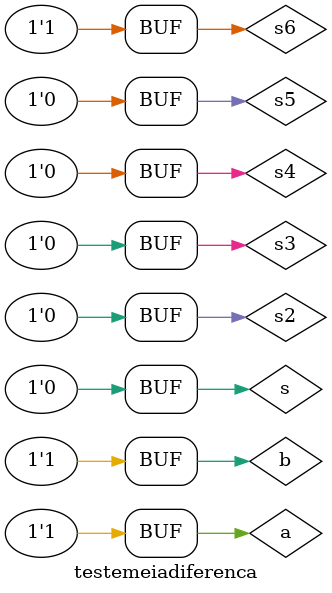
<source format=v>


module testemeiadiferenca;
reg a, b;
wire s2, s3, s4, s5, s6, s;

nor NOR1 (s2, a, a);
nor NOR2 (s3, b, b);
nor NOR3 (s4, s2, b);
nor NOR4 (s5, a, s3);
nor NOR5 (s6, s4, s5);
nor NOR6 (s, s6, s6);

  // parte principal
   initial begin
	   $display("Guia 04 - Exercicio 04");
		$display("Bruno Cesar Lopes Silva - 415985");
      $display("Meia Diferenca usando Nor");
      $display("\n a - b = s / vem um\n");
  		a=0; b=0;
		$monitor(" %b - %b = %b / %b", a, b, s, s5);
		#1 a=0; b=1;
		#1 a=1; b=0;
		#1 a=1; b=1;
		
		end
		
	endmodule // testemeiadiferenca
</source>
